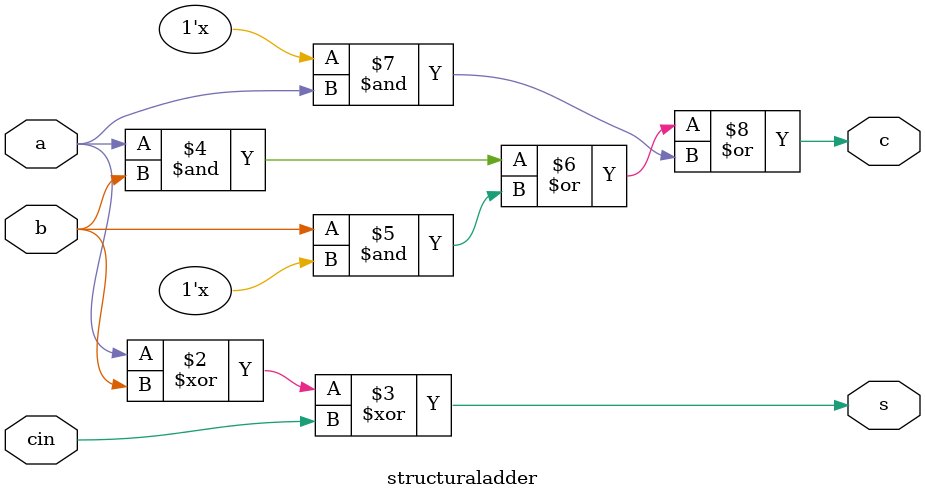
<source format=v>
`timescale 1ns / 1ps
module structuraladder(a,b,cin,s,c);
input a,b,cin;
output reg s,c;
always @ (a,b,cin)
begin
s=a^b^cin;
c=(a&b)|(b&c)|(c&a);
end
endmodule

</source>
